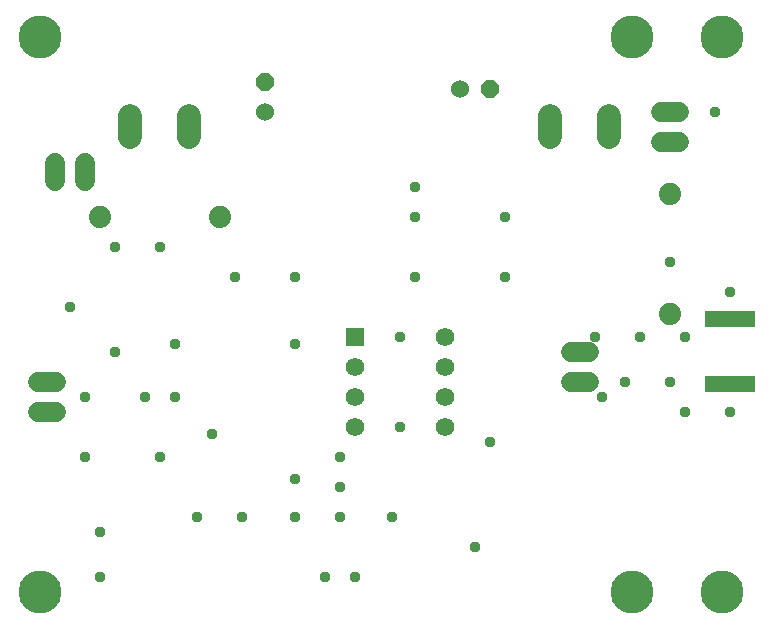
<source format=gbr>
G04 EAGLE Gerber RS-274X export*
G75*
%MOMM*%
%FSLAX34Y34*%
%LPD*%
%INSoldermask Bottom*%
%IPPOS*%
%AMOC8*
5,1,8,0,0,1.08239X$1,22.5*%
G01*
%ADD10C,3.632200*%
%ADD11C,1.993900*%
%ADD12P,1.649562X8X112.500000*%
%ADD13C,1.524000*%
%ADD14P,1.649562X8X22.500000*%
%ADD15C,1.879600*%
%ADD16C,1.727200*%
%ADD17R,1.574800X1.574800*%
%ADD18C,1.574800*%
%ADD19R,4.303200X1.453200*%
%ADD20C,0.959600*%


D10*
X38100Y698500D03*
X615950Y698500D03*
X38100Y228600D03*
X615950Y228600D03*
X539750Y228600D03*
X539750Y698500D03*
D11*
X164700Y631254D02*
X164700Y613347D01*
X114700Y613347D02*
X114700Y631254D01*
X520300Y631254D02*
X520300Y613347D01*
X470300Y613347D02*
X470300Y631254D01*
D12*
X228600Y660400D03*
D13*
X228600Y635000D03*
D14*
X419100Y654050D03*
D13*
X393700Y654050D03*
D15*
X88900Y546100D03*
X190500Y546100D03*
X571500Y463550D03*
X571500Y565150D03*
D16*
X50800Y576580D02*
X50800Y591820D01*
X76200Y591820D02*
X76200Y576580D01*
X563880Y609600D02*
X579120Y609600D01*
X579120Y635000D02*
X563880Y635000D01*
D17*
X304800Y444500D03*
D18*
X304800Y419100D03*
X304800Y393700D03*
X304800Y368300D03*
X381000Y368300D03*
X381000Y393700D03*
X381000Y419100D03*
X381000Y444500D03*
D16*
X52070Y381000D02*
X36830Y381000D01*
X36830Y406400D02*
X52070Y406400D01*
X487680Y406400D02*
X502920Y406400D01*
X502920Y431800D02*
X487680Y431800D01*
D19*
X622300Y404050D03*
X622300Y459550D03*
D20*
X88900Y279400D03*
X171450Y292100D03*
X76200Y342900D03*
X88900Y241300D03*
X209550Y292100D03*
X336550Y292100D03*
X292100Y342900D03*
X254000Y323850D03*
X152400Y438150D03*
X76200Y393700D03*
X101600Y431800D03*
X63500Y469900D03*
X254000Y495300D03*
X203200Y495300D03*
X431800Y546100D03*
X431800Y495300D03*
X419100Y355600D03*
X342900Y368300D03*
X622300Y381000D03*
X622300Y482600D03*
X546100Y444500D03*
X584200Y444500D03*
X533400Y406400D03*
X584200Y381000D03*
X514350Y393700D03*
X508000Y444500D03*
X571500Y508000D03*
X609600Y635000D03*
X406400Y266700D03*
X292100Y292100D03*
X292100Y317500D03*
X254000Y292100D03*
X184150Y361950D03*
X152400Y393700D03*
X127000Y393700D03*
X139700Y342900D03*
X101600Y520700D03*
X139700Y520700D03*
X304800Y241300D03*
X279400Y241300D03*
X355600Y571500D03*
X355600Y546100D03*
X355600Y495300D03*
X342900Y444500D03*
X254000Y438150D03*
X571500Y406400D03*
M02*

</source>
